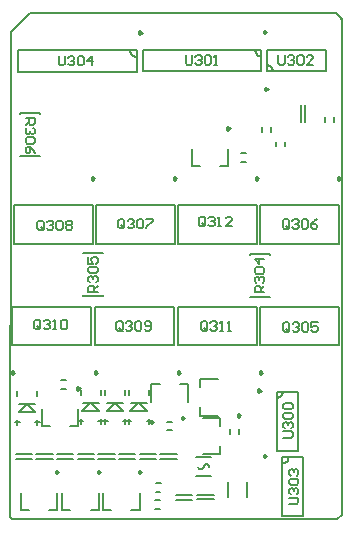
<source format=gto>
G04*
G04 #@! TF.GenerationSoftware,Altium Limited,Altium Designer,20.0.10 (225)*
G04*
G04 Layer_Color=65535*
%FSLAX25Y25*%
%MOIN*%
G70*
G01*
G75*
%ADD10C,0.00984*%
%ADD11C,0.00787*%
%ADD12C,0.00800*%
%ADD13C,0.00669*%
D10*
X73622Y130709D02*
X72884Y131135D01*
Y130282D01*
X73622Y130709D01*
X77067Y35039D02*
X76329Y35466D01*
Y34613D01*
X77067Y35039D01*
X83169Y114035D02*
X82431Y114462D01*
Y113609D01*
X83169Y114035D01*
X57185Y49272D02*
X56447Y49698D01*
Y48845D01*
X57185Y49272D01*
X84547D02*
X83809Y49698D01*
Y48845D01*
X84547Y49272D01*
X110531Y114035D02*
X109793Y114462D01*
Y113609D01*
X110531Y114035D01*
X55807D02*
X55069Y114462D01*
Y113609D01*
X55807Y114035D01*
X28445D02*
X27707Y114462D01*
Y113609D01*
X28445Y114035D01*
X29429Y49272D02*
X28691Y49698D01*
Y48845D01*
X29429Y49272D01*
X1673D02*
X935Y49698D01*
X935Y48845D01*
X1673Y49272D01*
X30512Y16102D02*
X29774Y16529D01*
Y15676D01*
X30512Y16102D01*
X44272Y162559D02*
X43534Y162985D01*
Y162133D01*
X44272Y162559D01*
X85729Y21437D02*
X84991Y21863D01*
Y21011D01*
X85729Y21437D01*
X58366Y34154D02*
X57628Y34580D01*
Y33727D01*
X58366Y34154D01*
X16535Y16102D02*
X15797Y16529D01*
Y15676D01*
X16535Y16102D01*
X44094D02*
X43356Y16529D01*
Y15676D01*
X44094Y16102D01*
X48130Y32736D02*
X47392Y33163D01*
Y32310D01*
X48130Y32736D01*
X23622Y44055D02*
X22884Y44481D01*
Y43629D01*
X23622Y44055D01*
X85709Y162756D02*
X84970Y163182D01*
Y162330D01*
X85709Y162756D01*
X86319Y143858D02*
X85581Y144284D01*
Y143432D01*
X86319Y143858D01*
X83957Y43287D02*
X83219Y43714D01*
Y42861D01*
X83957Y43287D01*
D11*
X62971Y17913D02*
X63463Y17061D01*
X64447D01*
X64939Y17913D01*
X66917D02*
X66425Y18766D01*
X65441D01*
X64948Y17913D01*
X40571Y156457D02*
X40835Y155473D01*
X41555Y154752D01*
X42539Y154488D01*
X91241Y18976D02*
X92225Y19240D01*
X92945Y19961D01*
X93209Y20945D01*
X82008Y156654D02*
X82272Y155669D01*
X82992Y154949D01*
X83976Y154685D01*
X88169Y149862D02*
X87906Y150847D01*
X87185Y151567D01*
X86201Y151831D01*
X89469Y40827D02*
X90453Y41091D01*
X91174Y41811D01*
X91437Y42795D01*
X61024Y118032D02*
X63681D01*
X70374D02*
X73228D01*
Y123839D01*
X61024Y118032D02*
Y123839D01*
X274Y64889D02*
X793Y65408D01*
X274Y1377D02*
X514Y1137D01*
X1220Y430D01*
X109438D01*
X274Y1377D02*
Y64889D01*
X110931Y1924D02*
Y167180D01*
X109438Y430D02*
X110931Y1924D01*
X109061Y169050D02*
X110931Y167180D01*
X793Y162849D02*
X6994Y169050D01*
X109061D01*
X793Y65408D02*
Y162849D01*
X79528Y7776D02*
Y12697D01*
X73229Y7776D02*
Y12697D01*
X62500Y21063D02*
X67421D01*
X62500Y14764D02*
X67421D01*
X63898Y44488D02*
Y47146D01*
Y34941D02*
Y37795D01*
Y34941D02*
X69705D01*
X63898Y47146D02*
X69705D01*
X56496Y92185D02*
X82874D01*
X56496Y104980D02*
X82874D01*
Y92185D02*
Y104980D01*
X56496Y92185D02*
Y104980D01*
X82874Y58327D02*
Y71122D01*
X56496Y58327D02*
Y71122D01*
Y58327D02*
X82874D01*
X56496Y71122D02*
X82874D01*
X83858D02*
X110236D01*
X83858Y58327D02*
X110236D01*
X83858D02*
Y71122D01*
X110236Y58327D02*
Y71122D01*
X83858Y92185D02*
Y104980D01*
X110236Y92185D02*
Y104980D01*
X83858D02*
X110236D01*
X83858Y92185D02*
X110236D01*
X29134D02*
X55512D01*
X29134Y104980D02*
X55512D01*
Y92185D02*
Y104980D01*
X29134Y92185D02*
Y104980D01*
X1772Y92185D02*
Y104980D01*
X28150Y92185D02*
Y104980D01*
X1772D02*
X28150D01*
X1772Y92185D02*
X28150D01*
X28740Y71122D02*
X55118D01*
X28740Y58327D02*
X55118D01*
X28740D02*
Y71122D01*
X55118Y58327D02*
Y71122D01*
X27362Y58327D02*
Y71122D01*
X984Y58327D02*
Y71122D01*
Y58327D02*
X27362D01*
X984Y71122D02*
X27362D01*
X17913Y3425D02*
X20571D01*
X27264D02*
X30118D01*
Y9232D01*
X17913Y3425D02*
Y9232D01*
X24803Y89055D02*
Y89252D01*
X31299Y89055D02*
Y89252D01*
X24803D02*
X31299D01*
X24803Y74843D02*
X31299D01*
X24803D02*
Y75039D01*
X31299Y74843D02*
Y75039D01*
X3248Y149567D02*
Y156654D01*
X42618Y149567D02*
Y156654D01*
X3248Y149567D02*
X42618D01*
X3248Y156654D02*
X42618D01*
X91142Y1339D02*
Y21024D01*
X98229Y1339D02*
Y21024D01*
X91142D02*
X98229D01*
X91142Y1339D02*
X98229D01*
X3839Y135610D02*
Y135807D01*
X10335Y135610D02*
Y135807D01*
X3839D02*
X10335D01*
X3839Y121398D02*
X10335D01*
X3839D02*
Y121595D01*
X10335Y121398D02*
Y121595D01*
X64744Y22047D02*
X70551D01*
X64744Y34252D02*
X70551D01*
Y31398D02*
Y34252D01*
Y22047D02*
Y24705D01*
X2264Y22106D02*
X7776D01*
X2264Y20531D02*
X7776D01*
X9154D02*
X14665D01*
X9154Y22106D02*
X14665D01*
X16043D02*
X21555D01*
X16043Y20531D02*
X21555D01*
X22933D02*
X28445D01*
X22933Y22106D02*
X28445D01*
X29823D02*
X35335D01*
X29823Y20531D02*
X35335D01*
X36713D02*
X42224D01*
X36713Y22106D02*
X42224D01*
X43602D02*
X49114D01*
X43602Y20531D02*
X49114D01*
X50492D02*
X56004D01*
X50492Y22106D02*
X56004D01*
X62795Y7047D02*
X68307D01*
X62795Y8622D02*
X68307D01*
X55610Y8425D02*
X61122D01*
X55610Y6850D02*
X61122D01*
X40059Y32146D02*
Y33957D01*
X40689Y39193D02*
X46122D01*
X45965Y33031D02*
X47638D01*
X40571Y36476D02*
X43248Y39154D01*
X40059Y41791D02*
Y43563D01*
X46791Y41791D02*
Y43563D01*
Y32146D02*
Y33957D01*
X43445Y39154D02*
X46122Y36476D01*
X40689D02*
X46122D01*
X43248Y39154D02*
X43445D01*
X39370Y33031D02*
X40846D01*
X2165Y32638D02*
X3642D01*
X6043Y38760D02*
X6240D01*
X3484Y36083D02*
X8917D01*
X6240Y38760D02*
X8917Y36083D01*
X9587Y31752D02*
Y33563D01*
Y41398D02*
Y43169D01*
X2854Y41398D02*
Y43169D01*
X3366Y36083D02*
X6043Y38760D01*
X8760Y32638D02*
X10433D01*
X3484Y38799D02*
X8917D01*
X2854Y31752D02*
Y33563D01*
X24016Y32146D02*
Y33957D01*
X24646Y39193D02*
X30079D01*
X29921Y33031D02*
X31594D01*
X24528Y36476D02*
X27205Y39154D01*
X24016Y41791D02*
Y43563D01*
X30748Y41791D02*
Y43563D01*
Y32146D02*
Y33957D01*
X27402Y39154D02*
X30079Y36476D01*
X24646D02*
X30079D01*
X27205Y39154D02*
X27402D01*
X23327Y33031D02*
X24803D01*
X3937Y3425D02*
Y9232D01*
X16142Y3425D02*
Y9232D01*
X13287Y3425D02*
X16142D01*
X3937D02*
X6594D01*
X31496D02*
Y9232D01*
X43701Y3425D02*
Y9232D01*
X40846Y3425D02*
X43701D01*
X31496D02*
X34154D01*
X57086Y45414D02*
X59744D01*
X47539D02*
X50394D01*
X47539Y39606D02*
Y45414D01*
X59744Y39606D02*
Y45414D01*
X87008Y74350D02*
Y74547D01*
X80512Y74350D02*
Y74547D01*
Y74350D02*
X87008D01*
X80512Y88760D02*
X87008D01*
Y88563D02*
Y88760D01*
X80512Y88563D02*
Y88760D01*
X31496Y33031D02*
X32972D01*
X35374Y39154D02*
X35571D01*
X32815Y36476D02*
X38248D01*
X35571Y39154D02*
X38248Y36476D01*
X38917Y32146D02*
Y33957D01*
Y41791D02*
Y43563D01*
X32185Y41791D02*
Y43563D01*
X32697Y36476D02*
X35374Y39154D01*
X38091Y33031D02*
X39764D01*
X32815Y39193D02*
X38248D01*
X32185Y32146D02*
Y33957D01*
X11024Y31378D02*
Y37185D01*
X23228Y31378D02*
Y37185D01*
X20374Y31378D02*
X23228D01*
X11024D02*
X13681D01*
X44685Y156850D02*
X84055D01*
X44685Y149764D02*
X84055D01*
Y156850D01*
X44685Y149764D02*
Y156850D01*
X86122Y149764D02*
X105807D01*
X86122Y156850D02*
X105807D01*
X86122Y149764D02*
Y156850D01*
X105807Y149764D02*
Y156850D01*
X89370Y23189D02*
X96457D01*
X89370Y42874D02*
X96457D01*
Y23189D02*
Y42874D01*
X89370Y23189D02*
Y42874D01*
X97342Y132835D02*
Y138347D01*
X98917Y132835D02*
Y138347D01*
X787Y805D02*
X942Y650D01*
X110335Y167776D02*
X110925Y167185D01*
D12*
X76657Y28736D02*
X76657Y30311D01*
X73721Y28740D02*
X73721Y30315D01*
X108268Y132835D02*
X108268Y134409D01*
X105331Y132839D02*
X105331Y134414D01*
X49020Y12444D02*
X50595Y12444D01*
X49016Y9508D02*
X50591Y9508D01*
X48917Y3898D02*
X50492Y3898D01*
X48921Y6834D02*
X50496Y6834D01*
X52854Y29980D02*
X54429Y29980D01*
X52858Y32917D02*
X54433Y32917D01*
X84350Y129528D02*
X84351Y131102D01*
X87287Y129523D02*
X87287Y131098D01*
X77434Y122480D02*
X79009Y122480D01*
X77430Y119544D02*
X79005Y119544D01*
X17421Y46811D02*
X18996Y46811D01*
X17417Y43875D02*
X18992Y43875D01*
X91929Y124705D02*
X91929Y126279D01*
X88993Y124709D02*
X88993Y126284D01*
D13*
X5611Y133981D02*
X8759D01*
Y132407D01*
X8235Y131882D01*
X7185D01*
X6660Y132407D01*
Y133981D01*
Y132932D02*
X5611Y131882D01*
X8235Y130833D02*
X8759Y130308D01*
Y129258D01*
X8235Y128734D01*
X7710D01*
X7185Y129258D01*
Y129783D01*
Y129258D01*
X6660Y128734D01*
X6135D01*
X5611Y129258D01*
Y130308D01*
X6135Y130833D01*
X8235Y127684D02*
X8759Y127159D01*
Y126110D01*
X8235Y125585D01*
X6135D01*
X5611Y126110D01*
Y127159D01*
X6135Y127684D01*
X8235D01*
X8759Y122436D02*
X8235Y123486D01*
X7185Y124535D01*
X6135D01*
X5611Y124011D01*
Y122961D01*
X6135Y122436D01*
X6660D01*
X7185Y122961D01*
Y124535D01*
X93406Y5507D02*
X96030D01*
X96555Y6032D01*
Y7081D01*
X96030Y7606D01*
X93406D01*
X93931Y8656D02*
X93406Y9181D01*
Y10230D01*
X93931Y10755D01*
X94456D01*
X94981Y10230D01*
Y9705D01*
Y10230D01*
X95505Y10755D01*
X96030D01*
X96555Y10230D01*
Y9181D01*
X96030Y8656D01*
X93931Y11804D02*
X93406Y12329D01*
Y13379D01*
X93931Y13903D01*
X96030D01*
X96555Y13379D01*
Y12329D01*
X96030Y11804D01*
X93931D01*
Y14953D02*
X93406Y15478D01*
Y16527D01*
X93931Y17052D01*
X94456D01*
X94981Y16527D01*
Y16002D01*
Y16527D01*
X95505Y17052D01*
X96030D01*
X96555Y16527D01*
Y15478D01*
X96030Y14953D01*
X91536Y27554D02*
X94160D01*
X94685Y28079D01*
Y29129D01*
X94160Y29653D01*
X91536D01*
X92061Y30703D02*
X91536Y31228D01*
Y32277D01*
X92061Y32802D01*
X92586D01*
X93111Y32277D01*
Y31752D01*
Y32277D01*
X93635Y32802D01*
X94160D01*
X94685Y32277D01*
Y31228D01*
X94160Y30703D01*
X92061Y33852D02*
X91536Y34376D01*
Y35426D01*
X92061Y35951D01*
X94160D01*
X94685Y35426D01*
Y34376D01*
X94160Y33852D01*
X92061D01*
Y37000D02*
X91536Y37525D01*
Y38574D01*
X92061Y39099D01*
X94160D01*
X94685Y38574D01*
Y37525D01*
X94160Y37000D01*
X92061D01*
X16669Y154783D02*
Y152159D01*
X17193Y151634D01*
X18243D01*
X18768Y152159D01*
Y154783D01*
X19817Y154258D02*
X20342Y154783D01*
X21392D01*
X21916Y154258D01*
Y153734D01*
X21392Y153209D01*
X20867D01*
X21392D01*
X21916Y152684D01*
Y152159D01*
X21392Y151634D01*
X20342D01*
X19817Y152159D01*
X22966Y154258D02*
X23491Y154783D01*
X24540D01*
X25065Y154258D01*
Y152159D01*
X24540Y151634D01*
X23491D01*
X22966Y152159D01*
Y154258D01*
X27689Y151634D02*
Y154783D01*
X26114Y153209D01*
X28213D01*
X89897Y155078D02*
Y152454D01*
X90422Y151930D01*
X91471D01*
X91996Y152454D01*
Y155078D01*
X93046Y154553D02*
X93570Y155078D01*
X94620D01*
X95145Y154553D01*
Y154029D01*
X94620Y153504D01*
X94095D01*
X94620D01*
X95145Y152979D01*
Y152454D01*
X94620Y151930D01*
X93570D01*
X93046Y152454D01*
X96194Y154553D02*
X96719Y155078D01*
X97768D01*
X98293Y154553D01*
Y152454D01*
X97768Y151930D01*
X96719D01*
X96194Y152454D01*
Y154553D01*
X101442Y151930D02*
X99343D01*
X101442Y154029D01*
Y154553D01*
X100917Y155078D01*
X99867D01*
X99343Y154553D01*
X59024Y154980D02*
Y152356D01*
X59549Y151831D01*
X60598D01*
X61123Y152356D01*
Y154980D01*
X62173Y154455D02*
X62697Y154980D01*
X63747D01*
X64272Y154455D01*
Y153930D01*
X63747Y153405D01*
X63222D01*
X63747D01*
X64272Y152881D01*
Y152356D01*
X63747Y151831D01*
X62697D01*
X62173Y152356D01*
X65321Y154455D02*
X65846Y154980D01*
X66896D01*
X67420Y154455D01*
Y152356D01*
X66896Y151831D01*
X65846D01*
X65321Y152356D01*
Y154455D01*
X68470Y151831D02*
X69519D01*
X68995D01*
Y154980D01*
X68470Y154455D01*
X29625Y76177D02*
X26477D01*
Y77751D01*
X27002Y78276D01*
X28051D01*
X28576Y77751D01*
Y76177D01*
Y77226D02*
X29625Y78276D01*
X27002Y79325D02*
X26477Y79850D01*
Y80899D01*
X27002Y81424D01*
X27526D01*
X28051Y80899D01*
Y80375D01*
Y80899D01*
X28576Y81424D01*
X29101D01*
X29625Y80899D01*
Y79850D01*
X29101Y79325D01*
X27002Y82474D02*
X26477Y82999D01*
Y84048D01*
X27002Y84573D01*
X29101D01*
X29625Y84048D01*
Y82999D01*
X29101Y82474D01*
X27002D01*
X26477Y87721D02*
Y85622D01*
X28051D01*
X27526Y86672D01*
Y87197D01*
X28051Y87721D01*
X29101D01*
X29625Y87197D01*
Y86147D01*
X29101Y85622D01*
X85137Y75980D02*
X81989D01*
Y77554D01*
X82513Y78079D01*
X83563D01*
X84088Y77554D01*
Y75980D01*
Y77029D02*
X85137Y78079D01*
X82513Y79128D02*
X81989Y79653D01*
Y80703D01*
X82513Y81227D01*
X83038D01*
X83563Y80703D01*
Y80178D01*
Y80703D01*
X84088Y81227D01*
X84613D01*
X85137Y80703D01*
Y79653D01*
X84613Y79128D01*
X82513Y82277D02*
X81989Y82802D01*
Y83851D01*
X82513Y84376D01*
X84613D01*
X85137Y83851D01*
Y82802D01*
X84613Y82277D01*
X82513D01*
X85137Y87000D02*
X81989D01*
X83563Y85425D01*
Y87524D01*
X10565Y64265D02*
Y66365D01*
X10041Y66889D01*
X8991D01*
X8466Y66365D01*
Y64265D01*
X8991Y63741D01*
X10041D01*
X9516Y64790D02*
X10565Y63741D01*
X10041D02*
X10565Y64265D01*
X11615Y66365D02*
X12140Y66889D01*
X13189D01*
X13714Y66365D01*
Y65840D01*
X13189Y65315D01*
X12664D01*
X13189D01*
X13714Y64790D01*
Y64265D01*
X13189Y63741D01*
X12140D01*
X11615Y64265D01*
X14764Y63741D02*
X15813D01*
X15288D01*
Y66889D01*
X14764Y66365D01*
X17387D02*
X17912Y66889D01*
X18962D01*
X19486Y66365D01*
Y64265D01*
X18962Y63741D01*
X17912D01*
X17387Y64265D01*
Y66365D01*
X37960Y63773D02*
Y65872D01*
X37436Y66397D01*
X36386D01*
X35862Y65872D01*
Y63773D01*
X36386Y63249D01*
X37436D01*
X36911Y64298D02*
X37960Y63249D01*
X37436D02*
X37960Y63773D01*
X39010Y65872D02*
X39535Y66397D01*
X40584D01*
X41109Y65872D01*
Y65348D01*
X40584Y64823D01*
X40060D01*
X40584D01*
X41109Y64298D01*
Y63773D01*
X40584Y63249D01*
X39535D01*
X39010Y63773D01*
X42159Y65872D02*
X42683Y66397D01*
X43733D01*
X44258Y65872D01*
Y63773D01*
X43733Y63249D01*
X42683D01*
X42159Y63773D01*
Y65872D01*
X45307Y63773D02*
X45832Y63249D01*
X46881D01*
X47406Y63773D01*
Y65872D01*
X46881Y66397D01*
X45832D01*
X45307Y65872D01*
Y65348D01*
X45832Y64823D01*
X47406D01*
X11681Y97336D02*
Y99435D01*
X11156Y99960D01*
X10107D01*
X9582Y99435D01*
Y97336D01*
X10107Y96812D01*
X11156D01*
X10632Y97861D02*
X11681Y96812D01*
X11156D02*
X11681Y97336D01*
X12731Y99435D02*
X13255Y99960D01*
X14305D01*
X14830Y99435D01*
Y98911D01*
X14305Y98386D01*
X13780D01*
X14305D01*
X14830Y97861D01*
Y97336D01*
X14305Y96812D01*
X13255D01*
X12731Y97336D01*
X15879Y99435D02*
X16404Y99960D01*
X17453D01*
X17978Y99435D01*
Y97336D01*
X17453Y96812D01*
X16404D01*
X15879Y97336D01*
Y99435D01*
X19028D02*
X19553Y99960D01*
X20602D01*
X21127Y99435D01*
Y98911D01*
X20602Y98386D01*
X21127Y97861D01*
Y97336D01*
X20602Y96812D01*
X19553D01*
X19028Y97336D01*
Y97861D01*
X19553Y98386D01*
X19028Y98911D01*
Y99435D01*
X19553Y98386D02*
X20602D01*
X38551Y97829D02*
Y99928D01*
X38026Y100452D01*
X36977D01*
X36452Y99928D01*
Y97829D01*
X36977Y97304D01*
X38026D01*
X37502Y98353D02*
X38551Y97304D01*
X38026D02*
X38551Y97829D01*
X39601Y99928D02*
X40125Y100452D01*
X41175D01*
X41700Y99928D01*
Y99403D01*
X41175Y98878D01*
X40650D01*
X41175D01*
X41700Y98353D01*
Y97829D01*
X41175Y97304D01*
X40125D01*
X39601Y97829D01*
X42749Y99928D02*
X43274Y100452D01*
X44324D01*
X44848Y99928D01*
Y97829D01*
X44324Y97304D01*
X43274D01*
X42749Y97829D01*
Y99928D01*
X45898Y100452D02*
X47997D01*
Y99928D01*
X45898Y97829D01*
Y97304D01*
X93472Y97730D02*
Y99829D01*
X92948Y100354D01*
X91898D01*
X91373Y99829D01*
Y97730D01*
X91898Y97205D01*
X92948D01*
X92423Y98255D02*
X93472Y97205D01*
X92948D02*
X93472Y97730D01*
X94522Y99829D02*
X95047Y100354D01*
X96096D01*
X96621Y99829D01*
Y99304D01*
X96096Y98780D01*
X95571D01*
X96096D01*
X96621Y98255D01*
Y97730D01*
X96096Y97205D01*
X95047D01*
X94522Y97730D01*
X97671Y99829D02*
X98195Y100354D01*
X99245D01*
X99770Y99829D01*
Y97730D01*
X99245Y97205D01*
X98195D01*
X97671Y97730D01*
Y99829D01*
X102918Y100354D02*
X101869Y99829D01*
X100819Y98780D01*
Y97730D01*
X101344Y97205D01*
X102393D01*
X102918Y97730D01*
Y98255D01*
X102393Y98780D01*
X100819D01*
X93571Y63380D02*
Y65479D01*
X93046Y66004D01*
X91997D01*
X91472Y65479D01*
Y63380D01*
X91997Y62855D01*
X93046D01*
X92521Y63904D02*
X93571Y62855D01*
X93046D02*
X93571Y63380D01*
X94620Y65479D02*
X95145Y66004D01*
X96195D01*
X96719Y65479D01*
Y64954D01*
X96195Y64429D01*
X95670D01*
X96195D01*
X96719Y63904D01*
Y63380D01*
X96195Y62855D01*
X95145D01*
X94620Y63380D01*
X97769Y65479D02*
X98294Y66004D01*
X99343D01*
X99868Y65479D01*
Y63380D01*
X99343Y62855D01*
X98294D01*
X97769Y63380D01*
Y65479D01*
X103016Y66004D02*
X100917D01*
Y64429D01*
X101967Y64954D01*
X102492D01*
X103016Y64429D01*
Y63380D01*
X102492Y62855D01*
X101442D01*
X100917Y63380D01*
X66208Y63773D02*
Y65872D01*
X65684Y66397D01*
X64634D01*
X64109Y65872D01*
Y63773D01*
X64634Y63249D01*
X65684D01*
X65159Y64298D02*
X66208Y63249D01*
X65684D02*
X66208Y63773D01*
X67258Y65872D02*
X67783Y66397D01*
X68832D01*
X69357Y65872D01*
Y65348D01*
X68832Y64823D01*
X68307D01*
X68832D01*
X69357Y64298D01*
Y63773D01*
X68832Y63249D01*
X67783D01*
X67258Y63773D01*
X70406Y63249D02*
X71456D01*
X70931D01*
Y66397D01*
X70406Y65872D01*
X73030Y63249D02*
X74080D01*
X73555D01*
Y66397D01*
X73030Y65872D01*
X65487Y98616D02*
Y100715D01*
X64962Y101240D01*
X63912D01*
X63388Y100715D01*
Y98616D01*
X63912Y98091D01*
X64962D01*
X64437Y99141D02*
X65487Y98091D01*
X64962D02*
X65487Y98616D01*
X66536Y100715D02*
X67061Y101240D01*
X68111D01*
X68635Y100715D01*
Y100190D01*
X68111Y99665D01*
X67586D01*
X68111D01*
X68635Y99141D01*
Y98616D01*
X68111Y98091D01*
X67061D01*
X66536Y98616D01*
X69685Y98091D02*
X70734D01*
X70210D01*
Y101240D01*
X69685Y100715D01*
X74408Y98091D02*
X72309D01*
X74408Y100190D01*
Y100715D01*
X73883Y101240D01*
X72833D01*
X72309Y100715D01*
M02*

</source>
